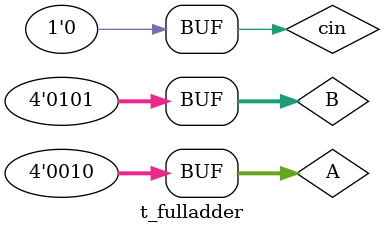
<source format=v>
module t_fulladder;
  reg[3:0] A,B;
  reg cin;
  wire[3:0] sum;
  wire cout;
  
  fulladder4 f (sum,cout,A,B,cin);
  initial
   begin     
    $monitor($time,"A=%b,B=%b,cin=%b,cout=%b,sum=%b\n",A,B,cin,cout,sum);
  end
  initial 
  begin
  A=4'd0; B=4'd0; cin=1'b0;
  #5 A=4'd3 ;
  #5 B=4'd4 ;
  #5 A=4'd2 ;
  #5 B=4'd5 ;
  
end

endmodule

</source>
